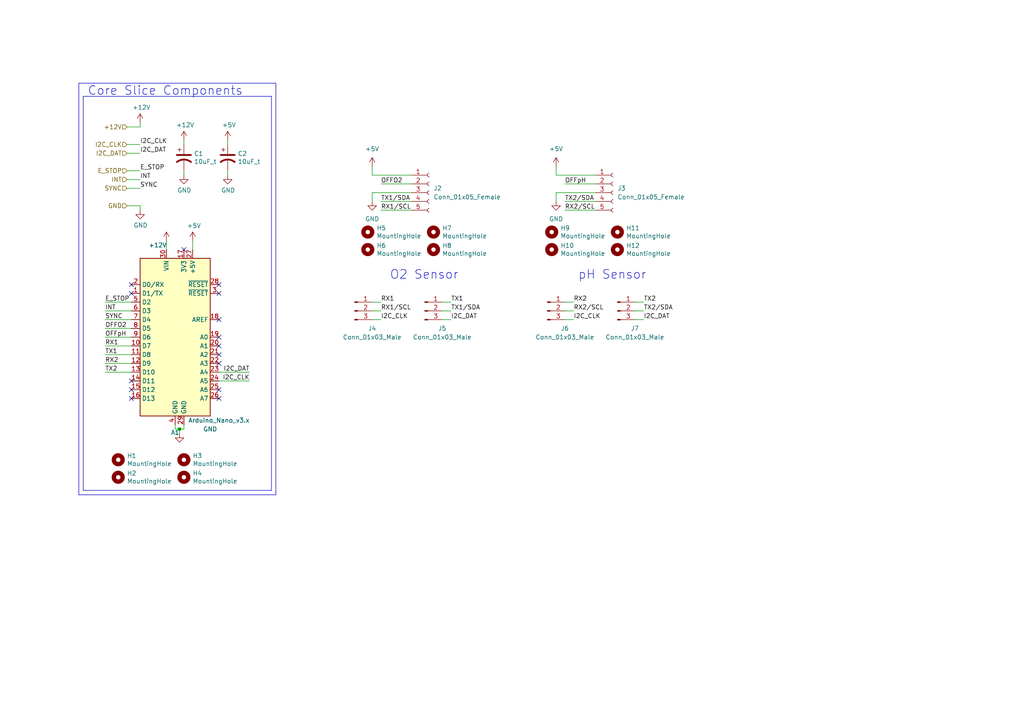
<source format=kicad_sch>
(kicad_sch (version 20230121) (generator eeschema)

  (uuid e7a174fe-7163-4254-aadd-beb968bf6b75)

  (paper "A4")

  (lib_symbols
    (symbol "BREAD_Slice-rescue:10uF_t-OCI_UPL_2_Capacitors" (pin_numbers hide) (pin_names (offset 0.254) hide) (in_bom yes) (on_board yes)
      (property "Reference" "C" (at 0.635 2.54 0)
        (effects (font (size 1.27 1.27)) (justify left))
      )
      (property "Value" "10uF_t-OCI_UPL_2_Capacitors" (at 0.635 -2.54 0)
        (effects (font (size 1.27 1.27)) (justify left))
      )
      (property "Footprint" "OCI_UPL_FOOTPRINTS:C_2312" (at 0 -6.35 0)
        (effects (font (size 0.762 0.762)) hide)
      )
      (property "Datasheet" "https://www.digikey.com/short/qcd8n7" (at 0 5.08 0)
        (effects (font (size 0.762 0.762)) hide)
      )
      (property "Part #" "T491C106K025AT" (at 0 6.35 0)
        (effects (font (size 0.762 0.762)) hide)
      )
      (property "UPL #" "2.021" (at 0 -5.08 0)
        (effects (font (size 0.762 0.762)) hide)
      )
      (property "ki_fp_filters" "SMD*_Pol c_elec* C*elec TantalC* Elko* CP*" (at 0 0 0)
        (effects (font (size 1.27 1.27)) hide)
      )
      (symbol "10uF_t-OCI_UPL_2_Capacitors_0_1"
        (polyline
          (pts
            (xy -2.032 0.762)
            (xy 2.032 0.762)
          )
          (stroke (width 0.508) (type default))
          (fill (type none))
        )
        (polyline
          (pts
            (xy -1.778 2.286)
            (xy -0.762 2.286)
          )
          (stroke (width 0) (type default))
          (fill (type none))
        )
        (polyline
          (pts
            (xy -1.27 1.778)
            (xy -1.27 2.794)
          )
          (stroke (width 0) (type default))
          (fill (type none))
        )
        (arc (start 2.032 -1.27) (mid 0 -0.5572) (end -2.032 -1.27)
          (stroke (width 0.508) (type default))
          (fill (type none))
        )
      )
      (symbol "10uF_t-OCI_UPL_2_Capacitors_1_1"
        (pin passive line (at 0 3.81 270) (length 2.794)
          (name "~" (effects (font (size 1.016 1.016))))
          (number "1" (effects (font (size 1.016 1.016))))
        )
        (pin passive line (at 0 -3.81 90) (length 3.302)
          (name "~" (effects (font (size 1.016 1.016))))
          (number "2" (effects (font (size 1.016 1.016))))
        )
      )
    )
    (symbol "Connector:Conn_01x03_Male" (pin_names (offset 1.016) hide) (in_bom yes) (on_board yes)
      (property "Reference" "J" (at 0 5.08 0)
        (effects (font (size 1.27 1.27)))
      )
      (property "Value" "Conn_01x03_Male" (at 0 -5.08 0)
        (effects (font (size 1.27 1.27)))
      )
      (property "Footprint" "" (at 0 0 0)
        (effects (font (size 1.27 1.27)) hide)
      )
      (property "Datasheet" "~" (at 0 0 0)
        (effects (font (size 1.27 1.27)) hide)
      )
      (property "ki_keywords" "connector" (at 0 0 0)
        (effects (font (size 1.27 1.27)) hide)
      )
      (property "ki_description" "Generic connector, single row, 01x03, script generated (kicad-library-utils/schlib/autogen/connector/)" (at 0 0 0)
        (effects (font (size 1.27 1.27)) hide)
      )
      (property "ki_fp_filters" "Connector*:*_1x??_*" (at 0 0 0)
        (effects (font (size 1.27 1.27)) hide)
      )
      (symbol "Conn_01x03_Male_1_1"
        (polyline
          (pts
            (xy 1.27 -2.54)
            (xy 0.8636 -2.54)
          )
          (stroke (width 0.1524) (type default))
          (fill (type none))
        )
        (polyline
          (pts
            (xy 1.27 0)
            (xy 0.8636 0)
          )
          (stroke (width 0.1524) (type default))
          (fill (type none))
        )
        (polyline
          (pts
            (xy 1.27 2.54)
            (xy 0.8636 2.54)
          )
          (stroke (width 0.1524) (type default))
          (fill (type none))
        )
        (rectangle (start 0.8636 -2.413) (end 0 -2.667)
          (stroke (width 0.1524) (type default))
          (fill (type outline))
        )
        (rectangle (start 0.8636 0.127) (end 0 -0.127)
          (stroke (width 0.1524) (type default))
          (fill (type outline))
        )
        (rectangle (start 0.8636 2.667) (end 0 2.413)
          (stroke (width 0.1524) (type default))
          (fill (type outline))
        )
        (pin passive line (at 5.08 2.54 180) (length 3.81)
          (name "Pin_1" (effects (font (size 1.27 1.27))))
          (number "1" (effects (font (size 1.27 1.27))))
        )
        (pin passive line (at 5.08 0 180) (length 3.81)
          (name "Pin_2" (effects (font (size 1.27 1.27))))
          (number "2" (effects (font (size 1.27 1.27))))
        )
        (pin passive line (at 5.08 -2.54 180) (length 3.81)
          (name "Pin_3" (effects (font (size 1.27 1.27))))
          (number "3" (effects (font (size 1.27 1.27))))
        )
      )
    )
    (symbol "Connector:Conn_01x05_Female" (pin_names (offset 1.016) hide) (in_bom yes) (on_board yes)
      (property "Reference" "J" (at 0 7.62 0)
        (effects (font (size 1.27 1.27)))
      )
      (property "Value" "Conn_01x05_Female" (at 0 -7.62 0)
        (effects (font (size 1.27 1.27)))
      )
      (property "Footprint" "" (at 0 0 0)
        (effects (font (size 1.27 1.27)) hide)
      )
      (property "Datasheet" "~" (at 0 0 0)
        (effects (font (size 1.27 1.27)) hide)
      )
      (property "ki_keywords" "connector" (at 0 0 0)
        (effects (font (size 1.27 1.27)) hide)
      )
      (property "ki_description" "Generic connector, single row, 01x05, script generated (kicad-library-utils/schlib/autogen/connector/)" (at 0 0 0)
        (effects (font (size 1.27 1.27)) hide)
      )
      (property "ki_fp_filters" "Connector*:*_1x??_*" (at 0 0 0)
        (effects (font (size 1.27 1.27)) hide)
      )
      (symbol "Conn_01x05_Female_1_1"
        (arc (start 0 -4.572) (mid -0.5058 -5.08) (end 0 -5.588)
          (stroke (width 0.1524) (type default))
          (fill (type none))
        )
        (arc (start 0 -2.032) (mid -0.5058 -2.54) (end 0 -3.048)
          (stroke (width 0.1524) (type default))
          (fill (type none))
        )
        (polyline
          (pts
            (xy -1.27 -5.08)
            (xy -0.508 -5.08)
          )
          (stroke (width 0.1524) (type default))
          (fill (type none))
        )
        (polyline
          (pts
            (xy -1.27 -2.54)
            (xy -0.508 -2.54)
          )
          (stroke (width 0.1524) (type default))
          (fill (type none))
        )
        (polyline
          (pts
            (xy -1.27 0)
            (xy -0.508 0)
          )
          (stroke (width 0.1524) (type default))
          (fill (type none))
        )
        (polyline
          (pts
            (xy -1.27 2.54)
            (xy -0.508 2.54)
          )
          (stroke (width 0.1524) (type default))
          (fill (type none))
        )
        (polyline
          (pts
            (xy -1.27 5.08)
            (xy -0.508 5.08)
          )
          (stroke (width 0.1524) (type default))
          (fill (type none))
        )
        (arc (start 0 0.508) (mid -0.5058 0) (end 0 -0.508)
          (stroke (width 0.1524) (type default))
          (fill (type none))
        )
        (arc (start 0 3.048) (mid -0.5058 2.54) (end 0 2.032)
          (stroke (width 0.1524) (type default))
          (fill (type none))
        )
        (arc (start 0 5.588) (mid -0.5058 5.08) (end 0 4.572)
          (stroke (width 0.1524) (type default))
          (fill (type none))
        )
        (pin passive line (at -5.08 5.08 0) (length 3.81)
          (name "Pin_1" (effects (font (size 1.27 1.27))))
          (number "1" (effects (font (size 1.27 1.27))))
        )
        (pin passive line (at -5.08 2.54 0) (length 3.81)
          (name "Pin_2" (effects (font (size 1.27 1.27))))
          (number "2" (effects (font (size 1.27 1.27))))
        )
        (pin passive line (at -5.08 0 0) (length 3.81)
          (name "Pin_3" (effects (font (size 1.27 1.27))))
          (number "3" (effects (font (size 1.27 1.27))))
        )
        (pin passive line (at -5.08 -2.54 0) (length 3.81)
          (name "Pin_4" (effects (font (size 1.27 1.27))))
          (number "4" (effects (font (size 1.27 1.27))))
        )
        (pin passive line (at -5.08 -5.08 0) (length 3.81)
          (name "Pin_5" (effects (font (size 1.27 1.27))))
          (number "5" (effects (font (size 1.27 1.27))))
        )
      )
    )
    (symbol "MCU_Module:Arduino_Nano_v3.x" (in_bom yes) (on_board yes)
      (property "Reference" "A" (at -10.16 23.495 0)
        (effects (font (size 1.27 1.27)) (justify left bottom))
      )
      (property "Value" "Arduino_Nano_v3.x" (at 5.08 -24.13 0)
        (effects (font (size 1.27 1.27)) (justify left top))
      )
      (property "Footprint" "Module:Arduino_Nano" (at 0 0 0)
        (effects (font (size 1.27 1.27) italic) hide)
      )
      (property "Datasheet" "http://www.mouser.com/pdfdocs/Gravitech_Arduino_Nano3_0.pdf" (at 0 0 0)
        (effects (font (size 1.27 1.27)) hide)
      )
      (property "ki_keywords" "Arduino nano microcontroller module USB" (at 0 0 0)
        (effects (font (size 1.27 1.27)) hide)
      )
      (property "ki_description" "Arduino Nano v3.x" (at 0 0 0)
        (effects (font (size 1.27 1.27)) hide)
      )
      (property "ki_fp_filters" "Arduino*Nano*" (at 0 0 0)
        (effects (font (size 1.27 1.27)) hide)
      )
      (symbol "Arduino_Nano_v3.x_0_1"
        (rectangle (start -10.16 22.86) (end 10.16 -22.86)
          (stroke (width 0.254) (type default))
          (fill (type background))
        )
      )
      (symbol "Arduino_Nano_v3.x_1_1"
        (pin bidirectional line (at -12.7 12.7 0) (length 2.54)
          (name "D1/TX" (effects (font (size 1.27 1.27))))
          (number "1" (effects (font (size 1.27 1.27))))
        )
        (pin bidirectional line (at -12.7 -2.54 0) (length 2.54)
          (name "D7" (effects (font (size 1.27 1.27))))
          (number "10" (effects (font (size 1.27 1.27))))
        )
        (pin bidirectional line (at -12.7 -5.08 0) (length 2.54)
          (name "D8" (effects (font (size 1.27 1.27))))
          (number "11" (effects (font (size 1.27 1.27))))
        )
        (pin bidirectional line (at -12.7 -7.62 0) (length 2.54)
          (name "D9" (effects (font (size 1.27 1.27))))
          (number "12" (effects (font (size 1.27 1.27))))
        )
        (pin bidirectional line (at -12.7 -10.16 0) (length 2.54)
          (name "D10" (effects (font (size 1.27 1.27))))
          (number "13" (effects (font (size 1.27 1.27))))
        )
        (pin bidirectional line (at -12.7 -12.7 0) (length 2.54)
          (name "D11" (effects (font (size 1.27 1.27))))
          (number "14" (effects (font (size 1.27 1.27))))
        )
        (pin bidirectional line (at -12.7 -15.24 0) (length 2.54)
          (name "D12" (effects (font (size 1.27 1.27))))
          (number "15" (effects (font (size 1.27 1.27))))
        )
        (pin bidirectional line (at -12.7 -17.78 0) (length 2.54)
          (name "D13" (effects (font (size 1.27 1.27))))
          (number "16" (effects (font (size 1.27 1.27))))
        )
        (pin power_out line (at 2.54 25.4 270) (length 2.54)
          (name "3V3" (effects (font (size 1.27 1.27))))
          (number "17" (effects (font (size 1.27 1.27))))
        )
        (pin input line (at 12.7 5.08 180) (length 2.54)
          (name "AREF" (effects (font (size 1.27 1.27))))
          (number "18" (effects (font (size 1.27 1.27))))
        )
        (pin bidirectional line (at 12.7 0 180) (length 2.54)
          (name "A0" (effects (font (size 1.27 1.27))))
          (number "19" (effects (font (size 1.27 1.27))))
        )
        (pin bidirectional line (at -12.7 15.24 0) (length 2.54)
          (name "D0/RX" (effects (font (size 1.27 1.27))))
          (number "2" (effects (font (size 1.27 1.27))))
        )
        (pin bidirectional line (at 12.7 -2.54 180) (length 2.54)
          (name "A1" (effects (font (size 1.27 1.27))))
          (number "20" (effects (font (size 1.27 1.27))))
        )
        (pin bidirectional line (at 12.7 -5.08 180) (length 2.54)
          (name "A2" (effects (font (size 1.27 1.27))))
          (number "21" (effects (font (size 1.27 1.27))))
        )
        (pin bidirectional line (at 12.7 -7.62 180) (length 2.54)
          (name "A3" (effects (font (size 1.27 1.27))))
          (number "22" (effects (font (size 1.27 1.27))))
        )
        (pin bidirectional line (at 12.7 -10.16 180) (length 2.54)
          (name "A4" (effects (font (size 1.27 1.27))))
          (number "23" (effects (font (size 1.27 1.27))))
        )
        (pin bidirectional line (at 12.7 -12.7 180) (length 2.54)
          (name "A5" (effects (font (size 1.27 1.27))))
          (number "24" (effects (font (size 1.27 1.27))))
        )
        (pin bidirectional line (at 12.7 -15.24 180) (length 2.54)
          (name "A6" (effects (font (size 1.27 1.27))))
          (number "25" (effects (font (size 1.27 1.27))))
        )
        (pin bidirectional line (at 12.7 -17.78 180) (length 2.54)
          (name "A7" (effects (font (size 1.27 1.27))))
          (number "26" (effects (font (size 1.27 1.27))))
        )
        (pin power_out line (at 5.08 25.4 270) (length 2.54)
          (name "+5V" (effects (font (size 1.27 1.27))))
          (number "27" (effects (font (size 1.27 1.27))))
        )
        (pin input line (at 12.7 15.24 180) (length 2.54)
          (name "~{RESET}" (effects (font (size 1.27 1.27))))
          (number "28" (effects (font (size 1.27 1.27))))
        )
        (pin power_in line (at 2.54 -25.4 90) (length 2.54)
          (name "GND" (effects (font (size 1.27 1.27))))
          (number "29" (effects (font (size 1.27 1.27))))
        )
        (pin input line (at 12.7 12.7 180) (length 2.54)
          (name "~{RESET}" (effects (font (size 1.27 1.27))))
          (number "3" (effects (font (size 1.27 1.27))))
        )
        (pin power_in line (at -2.54 25.4 270) (length 2.54)
          (name "VIN" (effects (font (size 1.27 1.27))))
          (number "30" (effects (font (size 1.27 1.27))))
        )
        (pin power_in line (at 0 -25.4 90) (length 2.54)
          (name "GND" (effects (font (size 1.27 1.27))))
          (number "4" (effects (font (size 1.27 1.27))))
        )
        (pin bidirectional line (at -12.7 10.16 0) (length 2.54)
          (name "D2" (effects (font (size 1.27 1.27))))
          (number "5" (effects (font (size 1.27 1.27))))
        )
        (pin bidirectional line (at -12.7 7.62 0) (length 2.54)
          (name "D3" (effects (font (size 1.27 1.27))))
          (number "6" (effects (font (size 1.27 1.27))))
        )
        (pin bidirectional line (at -12.7 5.08 0) (length 2.54)
          (name "D4" (effects (font (size 1.27 1.27))))
          (number "7" (effects (font (size 1.27 1.27))))
        )
        (pin bidirectional line (at -12.7 2.54 0) (length 2.54)
          (name "D5" (effects (font (size 1.27 1.27))))
          (number "8" (effects (font (size 1.27 1.27))))
        )
        (pin bidirectional line (at -12.7 0 0) (length 2.54)
          (name "D6" (effects (font (size 1.27 1.27))))
          (number "9" (effects (font (size 1.27 1.27))))
        )
      )
    )
    (symbol "Mechanical:MountingHole" (pin_names (offset 1.016)) (in_bom yes) (on_board yes)
      (property "Reference" "H" (at 0 5.08 0)
        (effects (font (size 1.27 1.27)))
      )
      (property "Value" "MountingHole" (at 0 3.175 0)
        (effects (font (size 1.27 1.27)))
      )
      (property "Footprint" "" (at 0 0 0)
        (effects (font (size 1.27 1.27)) hide)
      )
      (property "Datasheet" "~" (at 0 0 0)
        (effects (font (size 1.27 1.27)) hide)
      )
      (property "ki_keywords" "mounting hole" (at 0 0 0)
        (effects (font (size 1.27 1.27)) hide)
      )
      (property "ki_description" "Mounting Hole without connection" (at 0 0 0)
        (effects (font (size 1.27 1.27)) hide)
      )
      (property "ki_fp_filters" "MountingHole*" (at 0 0 0)
        (effects (font (size 1.27 1.27)) hide)
      )
      (symbol "MountingHole_0_1"
        (circle (center 0 0) (radius 1.27)
          (stroke (width 1.27) (type default))
          (fill (type none))
        )
      )
    )
    (symbol "power:+12V" (power) (pin_names (offset 0)) (in_bom yes) (on_board yes)
      (property "Reference" "#PWR" (at 0 -3.81 0)
        (effects (font (size 1.27 1.27)) hide)
      )
      (property "Value" "+12V" (at 0 3.556 0)
        (effects (font (size 1.27 1.27)))
      )
      (property "Footprint" "" (at 0 0 0)
        (effects (font (size 1.27 1.27)) hide)
      )
      (property "Datasheet" "" (at 0 0 0)
        (effects (font (size 1.27 1.27)) hide)
      )
      (property "ki_keywords" "power-flag" (at 0 0 0)
        (effects (font (size 1.27 1.27)) hide)
      )
      (property "ki_description" "Power symbol creates a global label with name \"+12V\"" (at 0 0 0)
        (effects (font (size 1.27 1.27)) hide)
      )
      (symbol "+12V_0_1"
        (polyline
          (pts
            (xy -0.762 1.27)
            (xy 0 2.54)
          )
          (stroke (width 0) (type default))
          (fill (type none))
        )
        (polyline
          (pts
            (xy 0 0)
            (xy 0 2.54)
          )
          (stroke (width 0) (type default))
          (fill (type none))
        )
        (polyline
          (pts
            (xy 0 2.54)
            (xy 0.762 1.27)
          )
          (stroke (width 0) (type default))
          (fill (type none))
        )
      )
      (symbol "+12V_1_1"
        (pin power_in line (at 0 0 90) (length 0) hide
          (name "+12V" (effects (font (size 1.27 1.27))))
          (number "1" (effects (font (size 1.27 1.27))))
        )
      )
    )
    (symbol "power:+5V" (power) (pin_names (offset 0)) (in_bom yes) (on_board yes)
      (property "Reference" "#PWR" (at 0 -3.81 0)
        (effects (font (size 1.27 1.27)) hide)
      )
      (property "Value" "+5V" (at 0 3.556 0)
        (effects (font (size 1.27 1.27)))
      )
      (property "Footprint" "" (at 0 0 0)
        (effects (font (size 1.27 1.27)) hide)
      )
      (property "Datasheet" "" (at 0 0 0)
        (effects (font (size 1.27 1.27)) hide)
      )
      (property "ki_keywords" "power-flag" (at 0 0 0)
        (effects (font (size 1.27 1.27)) hide)
      )
      (property "ki_description" "Power symbol creates a global label with name \"+5V\"" (at 0 0 0)
        (effects (font (size 1.27 1.27)) hide)
      )
      (symbol "+5V_0_1"
        (polyline
          (pts
            (xy -0.762 1.27)
            (xy 0 2.54)
          )
          (stroke (width 0) (type default))
          (fill (type none))
        )
        (polyline
          (pts
            (xy 0 0)
            (xy 0 2.54)
          )
          (stroke (width 0) (type default))
          (fill (type none))
        )
        (polyline
          (pts
            (xy 0 2.54)
            (xy 0.762 1.27)
          )
          (stroke (width 0) (type default))
          (fill (type none))
        )
      )
      (symbol "+5V_1_1"
        (pin power_in line (at 0 0 90) (length 0) hide
          (name "+5V" (effects (font (size 1.27 1.27))))
          (number "1" (effects (font (size 1.27 1.27))))
        )
      )
    )
    (symbol "power:GND" (power) (pin_names (offset 0)) (in_bom yes) (on_board yes)
      (property "Reference" "#PWR" (at 0 -6.35 0)
        (effects (font (size 1.27 1.27)) hide)
      )
      (property "Value" "GND" (at 0 -3.81 0)
        (effects (font (size 1.27 1.27)))
      )
      (property "Footprint" "" (at 0 0 0)
        (effects (font (size 1.27 1.27)) hide)
      )
      (property "Datasheet" "" (at 0 0 0)
        (effects (font (size 1.27 1.27)) hide)
      )
      (property "ki_keywords" "power-flag" (at 0 0 0)
        (effects (font (size 1.27 1.27)) hide)
      )
      (property "ki_description" "Power symbol creates a global label with name \"GND\" , ground" (at 0 0 0)
        (effects (font (size 1.27 1.27)) hide)
      )
      (symbol "GND_0_1"
        (polyline
          (pts
            (xy 0 0)
            (xy 0 -1.27)
            (xy 1.27 -1.27)
            (xy 0 -2.54)
            (xy -1.27 -1.27)
            (xy 0 -1.27)
          )
          (stroke (width 0) (type default))
          (fill (type none))
        )
      )
      (symbol "GND_1_1"
        (pin power_in line (at 0 0 270) (length 0) hide
          (name "GND" (effects (font (size 1.27 1.27))))
          (number "1" (effects (font (size 1.27 1.27))))
        )
      )
    )
  )

  (junction (at 52.07 124.46) (diameter 0) (color 0 0 0 0)
    (uuid f99f0d5c-8386-4d0c-aecf-e0f5a6cf8d30)
  )

  (no_connect (at 38.1 85.09) (uuid 0d7eea37-dbea-4bfe-83b3-738f19553b0f))
  (no_connect (at 63.5 85.09) (uuid 1066756f-f537-4ca0-b99f-899d5e059067))
  (no_connect (at 63.5 113.03) (uuid 120282d2-15a6-4dc6-8a33-03f4f80c7beb))
  (no_connect (at 53.34 72.39) (uuid 16ab1acd-8258-4918-b92e-d7ee067e8009))
  (no_connect (at 38.1 115.57) (uuid 18071ae9-6b76-4f10-8d08-c4fc642fa333))
  (no_connect (at 38.1 113.03) (uuid 1cb38d2b-52a6-4315-858a-837e0a842f29))
  (no_connect (at 63.5 82.55) (uuid 457acbc3-1514-47ab-981a-6864398dfa2d))
  (no_connect (at 63.5 102.87) (uuid 6356d4f5-0c08-4469-a75f-eaff96a162e3))
  (no_connect (at 63.5 92.71) (uuid 68ad4c16-b19e-4bef-ad9e-63f5f214678b))
  (no_connect (at 63.5 100.33) (uuid 6aef42c5-dd1e-4ea4-903e-0736209bc10d))
  (no_connect (at 63.5 115.57) (uuid 6cd40e09-e0eb-4e80-9e93-7a03b2b4155e))
  (no_connect (at 38.1 82.55) (uuid 6dcb2362-67f6-41bf-a758-da8dfdb8f2e9))
  (no_connect (at 63.5 105.41) (uuid 9b42eb04-4966-49df-a02c-0428dfbece05))
  (no_connect (at 38.1 110.49) (uuid a65adb9d-7651-4db1-b856-46ee9174db75))
  (no_connect (at 63.5 97.79) (uuid daccd377-3346-445d-b6fe-2b6a7c42a909))

  (wire (pts (xy 40.64 35.56) (xy 40.64 36.83))
    (stroke (width 0) (type default))
    (uuid 008164ee-af34-41a5-911a-f010042146cb)
  )
  (wire (pts (xy 52.07 124.46) (xy 53.34 124.46))
    (stroke (width 0) (type default))
    (uuid 03750785-7c96-4399-a77a-58ef5d1fd40c)
  )
  (wire (pts (xy 163.83 53.34) (xy 172.72 53.34))
    (stroke (width 0) (type default))
    (uuid 06733a65-5b28-4d66-9166-aba090d9c9a7)
  )
  (polyline (pts (xy 80.01 24.13) (xy 22.86 24.13))
    (stroke (width 0) (type default))
    (uuid 06a2c088-96b7-440f-a1f4-68a5ee5ad856)
  )

  (wire (pts (xy 163.83 60.96) (xy 172.72 60.96))
    (stroke (width 0) (type default))
    (uuid 07058757-a628-4bc9-a936-99868b0d832e)
  )
  (wire (pts (xy 107.95 48.26) (xy 107.95 50.8))
    (stroke (width 0) (type default))
    (uuid 071a9f4b-047f-40d9-bba4-dbaad87eb5d4)
  )
  (wire (pts (xy 53.34 41.91) (xy 53.34 40.64))
    (stroke (width 0) (type default))
    (uuid 0884dbbf-15bb-4674-b445-f82fe8dcc693)
  )
  (polyline (pts (xy 22.86 24.13) (xy 22.86 143.51))
    (stroke (width 0) (type default))
    (uuid 08deac3a-b907-40f5-b93e-9e68fc271361)
  )

  (wire (pts (xy 110.49 60.96) (xy 119.38 60.96))
    (stroke (width 0) (type default))
    (uuid 0f24c725-2483-4ddc-8109-fc93c00d762f)
  )
  (wire (pts (xy 53.34 124.46) (xy 53.34 123.19))
    (stroke (width 0) (type default))
    (uuid 1088f8ac-157c-4fd8-9bcb-3b350935d5ba)
  )
  (wire (pts (xy 36.83 44.45) (xy 40.64 44.45))
    (stroke (width 0) (type default))
    (uuid 16b9ba8c-96d3-41c1-b24d-d960cdfe98f8)
  )
  (wire (pts (xy 30.48 90.17) (xy 38.1 90.17))
    (stroke (width 0) (type default))
    (uuid 1c0df81f-d6b0-4f2a-8e86-451df0e83bb8)
  )
  (wire (pts (xy 128.27 90.17) (xy 130.81 90.17))
    (stroke (width 0) (type default))
    (uuid 20d38081-d3af-4304-9a04-c04266243731)
  )
  (wire (pts (xy 163.83 92.71) (xy 166.37 92.71))
    (stroke (width 0) (type default))
    (uuid 251062a2-95b2-47bf-9be2-650f3ba94669)
  )
  (wire (pts (xy 50.8 123.19) (xy 50.8 124.46))
    (stroke (width 0) (type default))
    (uuid 25a3102f-5b59-490b-befc-65211769854c)
  )
  (wire (pts (xy 184.15 90.17) (xy 186.69 90.17))
    (stroke (width 0) (type default))
    (uuid 25f74d54-8a8c-44cd-a977-785b54e27986)
  )
  (wire (pts (xy 161.29 55.88) (xy 172.72 55.88))
    (stroke (width 0) (type default))
    (uuid 27f79119-1237-4fac-9d02-3f1a98e6ddb3)
  )
  (wire (pts (xy 38.1 87.63) (xy 30.48 87.63))
    (stroke (width 0) (type default))
    (uuid 28dd6e69-370e-4dec-a4b5-822f768d7cbf)
  )
  (wire (pts (xy 107.95 58.42) (xy 107.95 55.88))
    (stroke (width 0) (type default))
    (uuid 2f13c027-8225-4d8a-8d17-7610b2f49f9d)
  )
  (wire (pts (xy 55.88 69.85) (xy 55.88 72.39))
    (stroke (width 0) (type default))
    (uuid 3556aad7-3c13-4218-95fc-5a87ea6e7b57)
  )
  (wire (pts (xy 184.15 92.71) (xy 186.69 92.71))
    (stroke (width 0) (type default))
    (uuid 3b7eb699-7697-47f3-b993-83d84f2d87f9)
  )
  (wire (pts (xy 107.95 92.71) (xy 110.49 92.71))
    (stroke (width 0) (type default))
    (uuid 4586011d-4f92-4e7f-bdc5-b132e5e8032f)
  )
  (wire (pts (xy 30.48 102.87) (xy 38.1 102.87))
    (stroke (width 0) (type default))
    (uuid 48c2e3c7-d75b-4d95-9167-2ff745948faa)
  )
  (wire (pts (xy 161.29 55.88) (xy 161.29 58.42))
    (stroke (width 0) (type default))
    (uuid 499cc22f-b742-4584-8f6e-7eb49e41f902)
  )
  (wire (pts (xy 30.48 105.41) (xy 38.1 105.41))
    (stroke (width 0) (type default))
    (uuid 53ba7086-8504-43e3-b257-46b031d47b33)
  )
  (wire (pts (xy 72.39 107.95) (xy 63.5 107.95))
    (stroke (width 0) (type default))
    (uuid 53c64af0-a10c-4c09-86c6-35f3d4cf5b05)
  )
  (wire (pts (xy 30.48 107.95) (xy 38.1 107.95))
    (stroke (width 0) (type default))
    (uuid 547d9a23-6174-43eb-b489-f737b70475a0)
  )
  (wire (pts (xy 161.29 48.26) (xy 161.29 50.8))
    (stroke (width 0) (type default))
    (uuid 620e23ff-9c51-477b-ad9e-d5c3ced02e57)
  )
  (polyline (pts (xy 22.86 143.51) (xy 80.01 143.51))
    (stroke (width 0) (type default))
    (uuid 6416dda9-9193-48fa-8204-ba815f41c4b7)
  )

  (wire (pts (xy 36.83 59.69) (xy 40.64 59.69))
    (stroke (width 0) (type default))
    (uuid 65f834c4-7d3e-4236-8026-3812579188ba)
  )
  (wire (pts (xy 163.83 90.17) (xy 166.37 90.17))
    (stroke (width 0) (type default))
    (uuid 678440b3-5ddb-4043-a181-948a59c9b468)
  )
  (polyline (pts (xy 80.01 143.51) (xy 80.01 24.13))
    (stroke (width 0) (type default))
    (uuid 6b7dd1f2-f63b-4be9-93d5-9793cc33144d)
  )

  (wire (pts (xy 30.48 97.79) (xy 38.1 97.79))
    (stroke (width 0) (type default))
    (uuid 6cd8618b-5e45-48af-b0e3-660fff59dd67)
  )
  (wire (pts (xy 163.83 58.42) (xy 172.72 58.42))
    (stroke (width 0) (type default))
    (uuid 70deae29-0989-4f83-a463-dd656e2132d1)
  )
  (polyline (pts (xy 78.74 27.94) (xy 24.13 27.94))
    (stroke (width 0) (type default))
    (uuid 7123416d-df1b-47e1-a7ea-4794a782ef0d)
  )

  (wire (pts (xy 36.83 49.53) (xy 40.64 49.53))
    (stroke (width 0) (type default))
    (uuid 71315b10-dff7-4ae3-afe9-d233c9349626)
  )
  (wire (pts (xy 107.95 50.8) (xy 119.38 50.8))
    (stroke (width 0) (type default))
    (uuid 767570ab-14fd-4049-b4b7-d3f65550e8f7)
  )
  (polyline (pts (xy 24.13 27.94) (xy 24.13 142.24))
    (stroke (width 0) (type default))
    (uuid 772cade4-9c73-4749-af3a-a3ef154a7fa2)
  )

  (wire (pts (xy 161.29 50.8) (xy 172.72 50.8))
    (stroke (width 0) (type default))
    (uuid 84bc11a7-63a7-4942-a48b-be611e3a9126)
  )
  (wire (pts (xy 52.07 124.46) (xy 52.07 125.73))
    (stroke (width 0) (type default))
    (uuid 88c0fe62-861b-4f1a-873b-ccc5554528bf)
  )
  (wire (pts (xy 184.15 87.63) (xy 186.69 87.63))
    (stroke (width 0) (type default))
    (uuid 8a3b50af-e3b6-4da6-b820-8551b99b3a39)
  )
  (wire (pts (xy 110.49 53.34) (xy 119.38 53.34))
    (stroke (width 0) (type default))
    (uuid 9287a558-5c67-476d-8f78-99bd67558c7a)
  )
  (wire (pts (xy 30.48 92.71) (xy 38.1 92.71))
    (stroke (width 0) (type default))
    (uuid 96d114b6-566f-40b9-8198-9695c7550853)
  )
  (wire (pts (xy 48.26 69.85) (xy 48.26 72.39))
    (stroke (width 0) (type default))
    (uuid 99317d35-802f-407a-8ed1-81d1d56a2c3c)
  )
  (wire (pts (xy 63.5 110.49) (xy 72.39 110.49))
    (stroke (width 0) (type default))
    (uuid 9cf1704b-ebc0-45e1-a4e0-230d275d16d0)
  )
  (wire (pts (xy 66.04 41.91) (xy 66.04 40.64))
    (stroke (width 0) (type default))
    (uuid a630c3e4-8d40-4ea4-a3d5-f65a9167d15c)
  )
  (polyline (pts (xy 78.74 142.24) (xy 78.74 27.94))
    (stroke (width 0) (type default))
    (uuid a7383419-b41e-434a-97bd-700af892fb4b)
  )

  (wire (pts (xy 50.8 124.46) (xy 52.07 124.46))
    (stroke (width 0) (type default))
    (uuid a8896da6-2f80-4867-9c97-06297a39ff4f)
  )
  (wire (pts (xy 163.83 87.63) (xy 166.37 87.63))
    (stroke (width 0) (type default))
    (uuid abee1a05-9c57-4ab0-9974-d972703e2a67)
  )
  (wire (pts (xy 107.95 90.17) (xy 110.49 90.17))
    (stroke (width 0) (type default))
    (uuid aced22ea-b3cd-4cbf-8ca2-f8a6b8ccc54c)
  )
  (wire (pts (xy 107.95 87.63) (xy 110.49 87.63))
    (stroke (width 0) (type default))
    (uuid be99436d-966a-49e6-a7de-aafd2f9e955d)
  )
  (wire (pts (xy 30.48 100.33) (xy 38.1 100.33))
    (stroke (width 0) (type default))
    (uuid c7045cf2-9ec9-46d0-91ed-c3780e23844a)
  )
  (wire (pts (xy 128.27 92.71) (xy 130.81 92.71))
    (stroke (width 0) (type default))
    (uuid d114a6b9-0b72-4e3d-b93b-40b572813f1a)
  )
  (wire (pts (xy 36.83 52.07) (xy 40.64 52.07))
    (stroke (width 0) (type default))
    (uuid d1b46866-7235-47e2-a278-ac236f4da8c3)
  )
  (wire (pts (xy 110.49 58.42) (xy 119.38 58.42))
    (stroke (width 0) (type default))
    (uuid d64771e1-0c19-4d4b-8130-23077eaa90dc)
  )
  (wire (pts (xy 30.48 95.25) (xy 38.1 95.25))
    (stroke (width 0) (type default))
    (uuid da2a1321-d693-44a1-84ab-4f4b74952699)
  )
  (wire (pts (xy 53.34 50.8) (xy 53.34 49.53))
    (stroke (width 0) (type default))
    (uuid dcd891e3-2de1-46eb-8824-10cb1102f6d4)
  )
  (wire (pts (xy 66.04 50.8) (xy 66.04 49.53))
    (stroke (width 0) (type default))
    (uuid e0910d6d-7b6d-4eef-b2f5-38bbe756db83)
  )
  (polyline (pts (xy 24.13 142.24) (xy 78.74 142.24))
    (stroke (width 0) (type default))
    (uuid e7370ac9-f6c4-48cd-b6f7-f1d73f2f9c3b)
  )

  (wire (pts (xy 107.95 55.88) (xy 119.38 55.88))
    (stroke (width 0) (type default))
    (uuid ea4cd847-37fd-47f2-b72c-c73806108719)
  )
  (wire (pts (xy 40.64 60.96) (xy 40.64 59.69))
    (stroke (width 0) (type default))
    (uuid ea799611-0f08-4d44-a91c-421de129b09b)
  )
  (wire (pts (xy 128.27 87.63) (xy 130.81 87.63))
    (stroke (width 0) (type default))
    (uuid f3c713e4-3ccf-4049-9c78-440199b53070)
  )
  (wire (pts (xy 36.83 36.83) (xy 40.64 36.83))
    (stroke (width 0) (type default))
    (uuid f85fccc4-6617-42b0-9561-b7d29d85d682)
  )
  (wire (pts (xy 36.83 41.91) (xy 40.64 41.91))
    (stroke (width 0) (type default))
    (uuid fb91e3da-131a-4254-b529-b78716e24e0b)
  )
  (wire (pts (xy 36.83 54.61) (xy 40.64 54.61))
    (stroke (width 0) (type default))
    (uuid fd9a003b-36b5-4cca-9b5e-d1d99e1483af)
  )

  (text "Core Slice Components" (at 25.4 27.94 0)
    (effects (font (size 2.54 2.54)) (justify left bottom))
    (uuid 0228fdbc-f6b5-4440-aafa-98d7f9d83131)
  )
  (text "O2 Sensor" (at 113.03 81.28 0)
    (effects (font (size 2.54 2.54)) (justify left bottom))
    (uuid c5d8c3e0-59f2-42d1-a732-cb092023e035)
  )
  (text "pH Sensor" (at 167.64 81.28 0)
    (effects (font (size 2.54 2.54)) (justify left bottom))
    (uuid e91e8ee5-c1b4-453e-9fa2-baea92b7a48c)
  )

  (label "SYNC" (at 40.64 54.61 0) (fields_autoplaced)
    (effects (font (size 1.27 1.27)) (justify left bottom))
    (uuid 05990649-db4e-4aff-9746-cc3c77838e86)
  )
  (label "RX1{slash}SCL" (at 110.49 90.17 0) (fields_autoplaced)
    (effects (font (size 1.27 1.27)) (justify left bottom))
    (uuid 1194b8b4-4f99-46de-9923-62db076f1a98)
  )
  (label "RX2{slash}SCL" (at 163.83 60.96 0) (fields_autoplaced)
    (effects (font (size 1.27 1.27)) (justify left bottom))
    (uuid 23fe6e87-db59-424e-a282-068b941ea297)
  )
  (label "I2C_DAT" (at 186.69 92.71 0) (fields_autoplaced)
    (effects (font (size 1.27 1.27)) (justify left bottom))
    (uuid 2fa9ede3-ae85-4476-bf85-0487054bf4fa)
  )
  (label "INT" (at 30.48 90.17 0) (fields_autoplaced)
    (effects (font (size 1.27 1.27)) (justify left bottom))
    (uuid 33faa1bc-212a-49bb-88ae-b12133a78e8b)
  )
  (label "I2C_DAT" (at 130.81 92.71 0) (fields_autoplaced)
    (effects (font (size 1.27 1.27)) (justify left bottom))
    (uuid 3665685e-02f5-4f3c-9d61-7fab740b9396)
  )
  (label "RX1" (at 110.49 87.63 0) (fields_autoplaced)
    (effects (font (size 1.27 1.27)) (justify left bottom))
    (uuid 4e4f342d-b55a-49bc-a9d4-1b921aea91bf)
  )
  (label "RX2{slash}SCL" (at 166.37 90.17 0) (fields_autoplaced)
    (effects (font (size 1.27 1.27)) (justify left bottom))
    (uuid 569eed55-29e8-48a2-a9f7-8a2d2320c224)
  )
  (label "TX1{slash}SDA" (at 110.49 58.42 0) (fields_autoplaced)
    (effects (font (size 1.27 1.27)) (justify left bottom))
    (uuid 5a56a3fa-c5da-4c51-a2bf-05f9d300c02d)
  )
  (label "I2C_DAT" (at 40.64 44.45 0) (fields_autoplaced)
    (effects (font (size 1.27 1.27)) (justify left bottom))
    (uuid 5d317e57-75ca-4b05-9345-e9d73be3dbc7)
  )
  (label "I2C_CLK" (at 72.39 110.49 180) (fields_autoplaced)
    (effects (font (size 1.27 1.27)) (justify right bottom))
    (uuid 5d8e7c9f-aabe-4519-84a9-4b69e2c99fcd)
  )
  (label "RX1{slash}SCL" (at 110.49 60.96 0) (fields_autoplaced)
    (effects (font (size 1.27 1.27)) (justify left bottom))
    (uuid 640fb98c-bfb4-4f15-b714-2ac8efd5aa12)
  )
  (label "OFFO2" (at 30.48 95.25 0) (fields_autoplaced)
    (effects (font (size 1.27 1.27)) (justify left bottom))
    (uuid 64edeb76-9143-415d-8782-ab7cee1b49b7)
  )
  (label "E_STOP" (at 40.64 49.53 0) (fields_autoplaced)
    (effects (font (size 1.27 1.27)) (justify left bottom))
    (uuid 6ae9add9-daae-47b3-9598-bf49a3bbf4cf)
  )
  (label "TX2{slash}SDA" (at 163.83 58.42 0) (fields_autoplaced)
    (effects (font (size 1.27 1.27)) (justify left bottom))
    (uuid 6c53a7e8-6718-45f7-9a18-2bb4e3a4be4d)
  )
  (label "RX2" (at 166.37 87.63 0) (fields_autoplaced)
    (effects (font (size 1.27 1.27)) (justify left bottom))
    (uuid 7119048a-99dc-4210-b070-504bb84105a3)
  )
  (label "TX1" (at 30.48 102.87 0) (fields_autoplaced)
    (effects (font (size 1.27 1.27)) (justify left bottom))
    (uuid 7324b200-9330-401b-af41-db2464cdd4ff)
  )
  (label "SYNC" (at 30.48 92.71 0) (fields_autoplaced)
    (effects (font (size 1.27 1.27)) (justify left bottom))
    (uuid 747a5689-7621-451b-a335-6ecb6be92b08)
  )
  (label "TX1{slash}SDA" (at 130.81 90.17 0) (fields_autoplaced)
    (effects (font (size 1.27 1.27)) (justify left bottom))
    (uuid 7ac32b10-2047-4d44-a1ba-3f7ea8e108b3)
  )
  (label "OFFO2" (at 110.49 53.34 0) (fields_autoplaced)
    (effects (font (size 1.27 1.27)) (justify left bottom))
    (uuid 8b7b119a-b03d-4822-92c1-e7c33f7ece21)
  )
  (label "RX1" (at 30.48 100.33 0) (fields_autoplaced)
    (effects (font (size 1.27 1.27)) (justify left bottom))
    (uuid 911df87c-70c7-4c1d-a521-86a1e561a5af)
  )
  (label "OFFpH" (at 30.48 97.79 0) (fields_autoplaced)
    (effects (font (size 1.27 1.27)) (justify left bottom))
    (uuid 9d29ebca-e915-4dc4-820c-ca65edfdfe50)
  )
  (label "TX2" (at 30.48 107.95 0) (fields_autoplaced)
    (effects (font (size 1.27 1.27)) (justify left bottom))
    (uuid 9d5acef4-38ce-4382-8783-2b74eb270d1b)
  )
  (label "I2C_CLK" (at 166.37 92.71 0) (fields_autoplaced)
    (effects (font (size 1.27 1.27)) (justify left bottom))
    (uuid a9a4ce4a-a105-464f-9629-d612f0c6ba4a)
  )
  (label "I2C_CLK" (at 110.49 92.71 0) (fields_autoplaced)
    (effects (font (size 1.27 1.27)) (justify left bottom))
    (uuid aae727af-b2ab-4bb0-9959-f756c893e166)
  )
  (label "OFFpH" (at 163.83 53.34 0) (fields_autoplaced)
    (effects (font (size 1.27 1.27)) (justify left bottom))
    (uuid b5a93205-6ff2-4984-85ce-0338186320a9)
  )
  (label "TX2" (at 186.69 87.63 0) (fields_autoplaced)
    (effects (font (size 1.27 1.27)) (justify left bottom))
    (uuid b994340c-1b71-4f75-9bf8-6a57eba16d6e)
  )
  (label "E_STOP" (at 30.48 87.63 0) (fields_autoplaced)
    (effects (font (size 1.27 1.27)) (justify left bottom))
    (uuid bb2005e5-006b-4912-9b6f-fcad6b68613f)
  )
  (label "I2C_DAT" (at 72.39 107.95 180) (fields_autoplaced)
    (effects (font (size 1.27 1.27)) (justify right bottom))
    (uuid db5652de-b942-4c6a-a141-a191b7463447)
  )
  (label "RX2" (at 30.48 105.41 0) (fields_autoplaced)
    (effects (font (size 1.27 1.27)) (justify left bottom))
    (uuid efc0f884-85f2-4c98-b20e-dc670fca7b1e)
  )
  (label "INT" (at 40.64 52.07 0) (fields_autoplaced)
    (effects (font (size 1.27 1.27)) (justify left bottom))
    (uuid f1b3701a-57d8-4d88-8283-9d5b6ab7c5e2)
  )
  (label "TX1" (at 130.81 87.63 0) (fields_autoplaced)
    (effects (font (size 1.27 1.27)) (justify left bottom))
    (uuid f5cdfa1b-c4b8-48ef-843f-706319f39ea3)
  )
  (label "TX2{slash}SDA" (at 186.69 90.17 0) (fields_autoplaced)
    (effects (font (size 1.27 1.27)) (justify left bottom))
    (uuid fa2cf6f3-861f-4a13-a560-06cab1723b7f)
  )
  (label "I2C_CLK" (at 40.64 41.91 0) (fields_autoplaced)
    (effects (font (size 1.27 1.27)) (justify left bottom))
    (uuid fe3621b6-b6a2-4d13-96e9-6759bf8bae15)
  )

  (hierarchical_label "SYNC" (shape input) (at 36.83 54.61 180) (fields_autoplaced)
    (effects (font (size 1.27 1.27)) (justify right))
    (uuid 0bc0c43c-cb62-49ab-9686-b1011689d569)
  )
  (hierarchical_label "I2C_CLK" (shape input) (at 36.83 41.91 180) (fields_autoplaced)
    (effects (font (size 1.27 1.27)) (justify right))
    (uuid 0c82b8ea-d498-4c42-9f63-1616ea4a941c)
  )
  (hierarchical_label "GND" (shape input) (at 36.83 59.69 180) (fields_autoplaced)
    (effects (font (size 1.27 1.27)) (justify right))
    (uuid 1216c216-48f6-457b-9aa1-6be0e6aead12)
  )
  (hierarchical_label "INT" (shape input) (at 36.83 52.07 180) (fields_autoplaced)
    (effects (font (size 1.27 1.27)) (justify right))
    (uuid 90da6a9a-99a5-480b-a042-88545afc547d)
  )
  (hierarchical_label "I2C_DAT" (shape input) (at 36.83 44.45 180) (fields_autoplaced)
    (effects (font (size 1.27 1.27)) (justify right))
    (uuid 94bb5c31-6cb4-45dd-b4f1-7326667d71e2)
  )
  (hierarchical_label "+12V" (shape input) (at 36.83 36.83 180) (fields_autoplaced)
    (effects (font (size 1.27 1.27)) (justify right))
    (uuid b9286a64-9608-40e1-86c7-2da6f515a85b)
  )
  (hierarchical_label "E_STOP" (shape input) (at 36.83 49.53 180) (fields_autoplaced)
    (effects (font (size 1.27 1.27)) (justify right))
    (uuid e3b4f1bd-4916-44eb-932f-1c69919ccb2d)
  )

  (symbol (lib_id "Connector:Conn_01x05_Female") (at 177.8 55.88 0) (unit 1)
    (in_bom yes) (on_board yes) (dnp no) (fields_autoplaced)
    (uuid 046f2be7-b317-4fdc-ae48-f8298309debe)
    (property "Reference" "J3" (at 179.07 54.6099 0)
      (effects (font (size 1.27 1.27)) (justify left))
    )
    (property "Value" "Conn_01x05_Female" (at 179.07 57.1499 0)
      (effects (font (size 1.27 1.27)) (justify left))
    )
    (property "Footprint" "Connector_PinSocket_2.54mm:PinSocket_1x05_P2.54mm_Vertical" (at 177.8 55.88 0)
      (effects (font (size 1.27 1.27)) hide)
    )
    (property "Datasheet" "~" (at 177.8 55.88 0)
      (effects (font (size 1.27 1.27)) hide)
    )
    (pin "1" (uuid 13b3a6f2-d98f-4cad-940b-fbcb4fbd8574))
    (pin "2" (uuid 8df315ca-2783-4639-b332-2dfa41f830a5))
    (pin "3" (uuid 04b74cb5-a474-4438-b9b6-c606de469a5b))
    (pin "4" (uuid 08abe902-ff9a-40da-9e41-37af0b055a4f))
    (pin "5" (uuid 0e2e129c-a727-4a88-abdd-816325ee862f))
    (instances
      (project "BREAD_Slice"
        (path "/3934cdea-42c8-4ab1-b1be-2c4978ab08ae"
          (reference "J3") (unit 1)
        )
        (path "/3934cdea-42c8-4ab1-b1be-2c4978ab08ae/5ac79b3f-4f85-4f9b-9217-0613fa913418"
          (reference "J6") (unit 1)
        )
      )
    )
  )

  (symbol (lib_id "Mechanical:MountingHole") (at 160.02 67.31 0) (unit 1)
    (in_bom yes) (on_board yes) (dnp no)
    (uuid 0ab2a911-97df-4c71-9bd1-92058472edff)
    (property "Reference" "H9" (at 162.56 66.1416 0)
      (effects (font (size 1.27 1.27)) (justify left))
    )
    (property "Value" "MountingHole" (at 162.56 68.453 0)
      (effects (font (size 1.27 1.27)) (justify left))
    )
    (property "Footprint" "MountingHole:MountingHole_3.2mm_M3_DIN965_Pad" (at 160.02 67.31 0)
      (effects (font (size 1.27 1.27)) hide)
    )
    (property "Datasheet" "~" (at 160.02 67.31 0)
      (effects (font (size 1.27 1.27)) hide)
    )
    (instances
      (project "BREAD_Slice"
        (path "/3934cdea-42c8-4ab1-b1be-2c4978ab08ae"
          (reference "H9") (unit 1)
        )
        (path "/3934cdea-42c8-4ab1-b1be-2c4978ab08ae/5ac79b3f-4f85-4f9b-9217-0613fa913418"
          (reference "H9") (unit 1)
        )
      )
    )
  )

  (symbol (lib_id "Mechanical:MountingHole") (at 34.29 133.35 0) (unit 1)
    (in_bom yes) (on_board yes) (dnp no)
    (uuid 0f0a7dab-1484-48cd-9bda-0f9720c3d9b9)
    (property "Reference" "H1" (at 36.83 132.1816 0)
      (effects (font (size 1.27 1.27)) (justify left))
    )
    (property "Value" "MountingHole" (at 36.83 134.493 0)
      (effects (font (size 1.27 1.27)) (justify left))
    )
    (property "Footprint" "MountingHole:MountingHole_3.2mm_M3_DIN965_Pad" (at 34.29 133.35 0)
      (effects (font (size 1.27 1.27)) hide)
    )
    (property "Datasheet" "~" (at 34.29 133.35 0)
      (effects (font (size 1.27 1.27)) hide)
    )
    (instances
      (project "BREAD_Slice"
        (path "/3934cdea-42c8-4ab1-b1be-2c4978ab08ae"
          (reference "H1") (unit 1)
        )
        (path "/3934cdea-42c8-4ab1-b1be-2c4978ab08ae/5ac79b3f-4f85-4f9b-9217-0613fa913418"
          (reference "H1") (unit 1)
        )
      )
    )
  )

  (symbol (lib_id "Connector:Conn_01x03_Male") (at 102.87 90.17 0) (unit 1)
    (in_bom yes) (on_board yes) (dnp no)
    (uuid 11918ce5-1156-4ec2-9e39-52a7c3073c1a)
    (property "Reference" "J4" (at 107.95 95.25 0)
      (effects (font (size 1.27 1.27)))
    )
    (property "Value" "Conn_01x03_Male" (at 107.95 97.79 0)
      (effects (font (size 1.27 1.27)))
    )
    (property "Footprint" "Connector_PinSocket_2.54mm:PinSocket_1x03_P2.54mm_Vertical" (at 102.87 90.17 0)
      (effects (font (size 1.27 1.27)) hide)
    )
    (property "Datasheet" "~" (at 102.87 90.17 0)
      (effects (font (size 1.27 1.27)) hide)
    )
    (pin "1" (uuid 27c3574a-e37b-4af5-a1b9-f63f414f50a6))
    (pin "2" (uuid 1639089d-5cd4-4893-8418-79b66d7e4958))
    (pin "3" (uuid 31603a1a-3b2d-43de-bc62-54c108556faa))
    (instances
      (project "BREAD_Slice"
        (path "/3934cdea-42c8-4ab1-b1be-2c4978ab08ae"
          (reference "J4") (unit 1)
        )
        (path "/3934cdea-42c8-4ab1-b1be-2c4978ab08ae/5ac79b3f-4f85-4f9b-9217-0613fa913418"
          (reference "J2") (unit 1)
        )
      )
    )
  )

  (symbol (lib_id "Mechanical:MountingHole") (at 179.07 72.39 0) (unit 1)
    (in_bom yes) (on_board yes) (dnp no)
    (uuid 23b56537-7ce5-40e2-9275-598e604a5a20)
    (property "Reference" "H12" (at 181.61 71.2216 0)
      (effects (font (size 1.27 1.27)) (justify left))
    )
    (property "Value" "MountingHole" (at 181.61 73.533 0)
      (effects (font (size 1.27 1.27)) (justify left))
    )
    (property "Footprint" "MountingHole:MountingHole_3.2mm_M3_DIN965_Pad" (at 179.07 72.39 0)
      (effects (font (size 1.27 1.27)) hide)
    )
    (property "Datasheet" "~" (at 179.07 72.39 0)
      (effects (font (size 1.27 1.27)) hide)
    )
    (instances
      (project "BREAD_Slice"
        (path "/3934cdea-42c8-4ab1-b1be-2c4978ab08ae"
          (reference "H12") (unit 1)
        )
        (path "/3934cdea-42c8-4ab1-b1be-2c4978ab08ae/5ac79b3f-4f85-4f9b-9217-0613fa913418"
          (reference "H12") (unit 1)
        )
      )
    )
  )

  (symbol (lib_id "BREAD_Slice-rescue:10uF_t-OCI_UPL_2_Capacitors") (at 66.04 45.72 0) (unit 1)
    (in_bom yes) (on_board yes) (dnp no)
    (uuid 261e2602-0005-4924-a00e-58f03be2244e)
    (property "Reference" "C2" (at 68.961 44.5516 0)
      (effects (font (size 1.27 1.27)) (justify left))
    )
    (property "Value" "10uF_t" (at 68.961 46.863 0)
      (effects (font (size 1.27 1.27)) (justify left))
    )
    (property "Footprint" "Extras:C_1206_3216Metric_Pad1.33x1.80mm_HandSolder" (at 66.04 52.07 0)
      (effects (font (size 0.762 0.762)) hide)
    )
    (property "Datasheet" "https://www.digikey.com/short/qcd8n7" (at 66.04 40.64 0)
      (effects (font (size 0.762 0.762)) hide)
    )
    (property "Part #" "T491C106K025AT" (at 66.04 39.37 0)
      (effects (font (size 0.762 0.762)) hide)
    )
    (property "UPL #" "2.021" (at 66.04 50.8 0)
      (effects (font (size 0.762 0.762)) hide)
    )
    (pin "1" (uuid 6e06dc82-9678-403c-a64b-bb15d925fb98))
    (pin "2" (uuid 2d4f864d-f2d4-4182-8e62-5448224a7a65))
    (instances
      (project "BREAD_Slice"
        (path "/3934cdea-42c8-4ab1-b1be-2c4978ab08ae"
          (reference "C2") (unit 1)
        )
        (path "/3934cdea-42c8-4ab1-b1be-2c4978ab08ae/5ac79b3f-4f85-4f9b-9217-0613fa913418"
          (reference "C2") (unit 1)
        )
      )
    )
  )

  (symbol (lib_id "power:+12V") (at 48.26 69.85 0) (unit 1)
    (in_bom yes) (on_board yes) (dnp no)
    (uuid 278ff07e-bcf6-49f4-b6bb-e7ad6ef2f45e)
    (property "Reference" "#PWR05" (at 48.26 73.66 0)
      (effects (font (size 1.27 1.27)) hide)
    )
    (property "Value" "+12V" (at 45.72 71.12 0)
      (effects (font (size 1.27 1.27)))
    )
    (property "Footprint" "" (at 48.26 69.85 0)
      (effects (font (size 1.27 1.27)) hide)
    )
    (property "Datasheet" "" (at 48.26 69.85 0)
      (effects (font (size 1.27 1.27)) hide)
    )
    (pin "1" (uuid e0fccc85-b754-4aa9-a6ce-bfde3ac16d63))
    (instances
      (project "BREAD_Slice"
        (path "/3934cdea-42c8-4ab1-b1be-2c4978ab08ae"
          (reference "#PWR05") (unit 1)
        )
        (path "/3934cdea-42c8-4ab1-b1be-2c4978ab08ae/5ac79b3f-4f85-4f9b-9217-0613fa913418"
          (reference "#PWR01") (unit 1)
        )
      )
    )
  )

  (symbol (lib_id "Mechanical:MountingHole") (at 106.68 67.31 0) (unit 1)
    (in_bom yes) (on_board yes) (dnp no)
    (uuid 2d8a85ee-6d72-422a-be3b-d060cf9f5ab3)
    (property "Reference" "H5" (at 109.22 66.1416 0)
      (effects (font (size 1.27 1.27)) (justify left))
    )
    (property "Value" "MountingHole" (at 109.22 68.453 0)
      (effects (font (size 1.27 1.27)) (justify left))
    )
    (property "Footprint" "MountingHole:MountingHole_3.2mm_M3_DIN965_Pad" (at 106.68 67.31 0)
      (effects (font (size 1.27 1.27)) hide)
    )
    (property "Datasheet" "~" (at 106.68 67.31 0)
      (effects (font (size 1.27 1.27)) hide)
    )
    (instances
      (project "BREAD_Slice"
        (path "/3934cdea-42c8-4ab1-b1be-2c4978ab08ae"
          (reference "H5") (unit 1)
        )
        (path "/3934cdea-42c8-4ab1-b1be-2c4978ab08ae/5ac79b3f-4f85-4f9b-9217-0613fa913418"
          (reference "H5") (unit 1)
        )
      )
    )
  )

  (symbol (lib_id "power:GND") (at 40.64 60.96 0) (unit 1)
    (in_bom yes) (on_board yes) (dnp no)
    (uuid 3918f8c2-a0ed-4e8c-b20a-88fea1461712)
    (property "Reference" "#PWR02" (at 40.64 67.31 0)
      (effects (font (size 1.27 1.27)) hide)
    )
    (property "Value" "GND" (at 40.767 65.3542 0)
      (effects (font (size 1.27 1.27)))
    )
    (property "Footprint" "" (at 40.64 60.96 0)
      (effects (font (size 1.27 1.27)) hide)
    )
    (property "Datasheet" "" (at 40.64 60.96 0)
      (effects (font (size 1.27 1.27)) hide)
    )
    (pin "1" (uuid 69aae0b6-4f03-4ad4-b1f4-a6c20ef80a90))
    (instances
      (project "BREAD_Slice"
        (path "/3934cdea-42c8-4ab1-b1be-2c4978ab08ae"
          (reference "#PWR02") (unit 1)
        )
        (path "/3934cdea-42c8-4ab1-b1be-2c4978ab08ae/5ac79b3f-4f85-4f9b-9217-0613fa913418"
          (reference "#PWR03") (unit 1)
        )
      )
    )
  )

  (symbol (lib_id "Mechanical:MountingHole") (at 34.29 138.43 0) (unit 1)
    (in_bom yes) (on_board yes) (dnp no)
    (uuid 39716d3a-b49a-4ec6-b9ec-fba3f1ac62f9)
    (property "Reference" "H2" (at 36.83 137.2616 0)
      (effects (font (size 1.27 1.27)) (justify left))
    )
    (property "Value" "MountingHole" (at 36.83 139.573 0)
      (effects (font (size 1.27 1.27)) (justify left))
    )
    (property "Footprint" "MountingHole:MountingHole_3.2mm_M3_DIN965_Pad" (at 34.29 138.43 0)
      (effects (font (size 1.27 1.27)) hide)
    )
    (property "Datasheet" "~" (at 34.29 138.43 0)
      (effects (font (size 1.27 1.27)) hide)
    )
    (instances
      (project "BREAD_Slice"
        (path "/3934cdea-42c8-4ab1-b1be-2c4978ab08ae"
          (reference "H2") (unit 1)
        )
        (path "/3934cdea-42c8-4ab1-b1be-2c4978ab08ae/5ac79b3f-4f85-4f9b-9217-0613fa913418"
          (reference "H2") (unit 1)
        )
      )
    )
  )

  (symbol (lib_id "power:GND") (at 66.04 50.8 0) (unit 1)
    (in_bom yes) (on_board yes) (dnp no)
    (uuid 462fd0c4-0239-4f9f-b44d-925911fb39d5)
    (property "Reference" "#PWR09" (at 66.04 57.15 0)
      (effects (font (size 1.27 1.27)) hide)
    )
    (property "Value" "GND" (at 66.167 55.1942 0)
      (effects (font (size 1.27 1.27)))
    )
    (property "Footprint" "" (at 66.04 50.8 0)
      (effects (font (size 1.27 1.27)) hide)
    )
    (property "Datasheet" "" (at 66.04 50.8 0)
      (effects (font (size 1.27 1.27)) hide)
    )
    (pin "1" (uuid 6efd94ac-c7fd-4437-af2d-87e0ed0aa4b4))
    (instances
      (project "BREAD_Slice"
        (path "/3934cdea-42c8-4ab1-b1be-2c4978ab08ae"
          (reference "#PWR09") (unit 1)
        )
        (path "/3934cdea-42c8-4ab1-b1be-2c4978ab08ae/5ac79b3f-4f85-4f9b-9217-0613fa913418"
          (reference "#PWR09") (unit 1)
        )
      )
    )
  )

  (symbol (lib_id "power:GND") (at 161.29 58.42 0) (unit 1)
    (in_bom yes) (on_board yes) (dnp no) (fields_autoplaced)
    (uuid 493070c5-79de-4d6b-8c6b-ee84234314d4)
    (property "Reference" "#PWR013" (at 161.29 64.77 0)
      (effects (font (size 1.27 1.27)) hide)
    )
    (property "Value" "GND" (at 161.29 63.5 0)
      (effects (font (size 1.27 1.27)))
    )
    (property "Footprint" "" (at 161.29 58.42 0)
      (effects (font (size 1.27 1.27)) hide)
    )
    (property "Datasheet" "" (at 161.29 58.42 0)
      (effects (font (size 1.27 1.27)) hide)
    )
    (pin "1" (uuid 0c792208-d635-4ea0-837b-e4a23006bad0))
    (instances
      (project "BREAD_Slice"
        (path "/3934cdea-42c8-4ab1-b1be-2c4978ab08ae"
          (reference "#PWR013") (unit 1)
        )
        (path "/3934cdea-42c8-4ab1-b1be-2c4978ab08ae/5ac79b3f-4f85-4f9b-9217-0613fa913418"
          (reference "#PWR013") (unit 1)
        )
      )
    )
  )

  (symbol (lib_id "Connector:Conn_01x05_Female") (at 124.46 55.88 0) (unit 1)
    (in_bom yes) (on_board yes) (dnp no) (fields_autoplaced)
    (uuid 53a1c7d4-48fa-43c7-af0b-3f6f203fca1e)
    (property "Reference" "J2" (at 125.73 54.6099 0)
      (effects (font (size 1.27 1.27)) (justify left))
    )
    (property "Value" "Conn_01x05_Female" (at 125.73 57.1499 0)
      (effects (font (size 1.27 1.27)) (justify left))
    )
    (property "Footprint" "Connector_PinSocket_2.54mm:PinSocket_1x05_P2.54mm_Vertical" (at 124.46 55.88 0)
      (effects (font (size 1.27 1.27)) hide)
    )
    (property "Datasheet" "~" (at 124.46 55.88 0)
      (effects (font (size 1.27 1.27)) hide)
    )
    (pin "1" (uuid ad914838-9b20-4bfd-8229-176c365b027d))
    (pin "2" (uuid a086882a-3a24-4777-af2c-37321ff3ef28))
    (pin "3" (uuid a821073c-8384-4e56-9ab8-53250e159cf8))
    (pin "4" (uuid 802f114b-aecf-4580-bf13-8709e8c43b71))
    (pin "5" (uuid 0baf661d-bcf4-44e0-8dd8-df23fde6f8c5))
    (instances
      (project "BREAD_Slice"
        (path "/3934cdea-42c8-4ab1-b1be-2c4978ab08ae"
          (reference "J2") (unit 1)
        )
        (path "/3934cdea-42c8-4ab1-b1be-2c4978ab08ae/5ac79b3f-4f85-4f9b-9217-0613fa913418"
          (reference "J4") (unit 1)
        )
      )
    )
  )

  (symbol (lib_id "Mechanical:MountingHole") (at 53.34 133.35 0) (unit 1)
    (in_bom yes) (on_board yes) (dnp no)
    (uuid 604e5706-9e70-4ded-9665-955ac84b0923)
    (property "Reference" "H3" (at 55.88 132.1816 0)
      (effects (font (size 1.27 1.27)) (justify left))
    )
    (property "Value" "MountingHole" (at 55.88 134.493 0)
      (effects (font (size 1.27 1.27)) (justify left))
    )
    (property "Footprint" "MountingHole:MountingHole_3.2mm_M3_DIN965_Pad" (at 53.34 133.35 0)
      (effects (font (size 1.27 1.27)) hide)
    )
    (property "Datasheet" "~" (at 53.34 133.35 0)
      (effects (font (size 1.27 1.27)) hide)
    )
    (instances
      (project "BREAD_Slice"
        (path "/3934cdea-42c8-4ab1-b1be-2c4978ab08ae"
          (reference "H3") (unit 1)
        )
        (path "/3934cdea-42c8-4ab1-b1be-2c4978ab08ae/5ac79b3f-4f85-4f9b-9217-0613fa913418"
          (reference "H3") (unit 1)
        )
      )
    )
  )

  (symbol (lib_id "Mechanical:MountingHole") (at 125.73 72.39 0) (unit 1)
    (in_bom yes) (on_board yes) (dnp no)
    (uuid 61a9b563-5d85-4c33-8704-a095980b1b10)
    (property "Reference" "H8" (at 128.27 71.2216 0)
      (effects (font (size 1.27 1.27)) (justify left))
    )
    (property "Value" "MountingHole" (at 128.27 73.533 0)
      (effects (font (size 1.27 1.27)) (justify left))
    )
    (property "Footprint" "MountingHole:MountingHole_3.2mm_M3_DIN965_Pad" (at 125.73 72.39 0)
      (effects (font (size 1.27 1.27)) hide)
    )
    (property "Datasheet" "~" (at 125.73 72.39 0)
      (effects (font (size 1.27 1.27)) hide)
    )
    (instances
      (project "BREAD_Slice"
        (path "/3934cdea-42c8-4ab1-b1be-2c4978ab08ae"
          (reference "H8") (unit 1)
        )
        (path "/3934cdea-42c8-4ab1-b1be-2c4978ab08ae/5ac79b3f-4f85-4f9b-9217-0613fa913418"
          (reference "H8") (unit 1)
        )
      )
    )
  )

  (symbol (lib_id "Mechanical:MountingHole") (at 160.02 72.39 0) (unit 1)
    (in_bom yes) (on_board yes) (dnp no)
    (uuid 675e9225-9465-490f-8ba8-694587b8062d)
    (property "Reference" "H10" (at 162.56 71.2216 0)
      (effects (font (size 1.27 1.27)) (justify left))
    )
    (property "Value" "MountingHole" (at 162.56 73.533 0)
      (effects (font (size 1.27 1.27)) (justify left))
    )
    (property "Footprint" "MountingHole:MountingHole_3.2mm_M3_DIN965_Pad" (at 160.02 72.39 0)
      (effects (font (size 1.27 1.27)) hide)
    )
    (property "Datasheet" "~" (at 160.02 72.39 0)
      (effects (font (size 1.27 1.27)) hide)
    )
    (instances
      (project "BREAD_Slice"
        (path "/3934cdea-42c8-4ab1-b1be-2c4978ab08ae"
          (reference "H10") (unit 1)
        )
        (path "/3934cdea-42c8-4ab1-b1be-2c4978ab08ae/5ac79b3f-4f85-4f9b-9217-0613fa913418"
          (reference "H10") (unit 1)
        )
      )
    )
  )

  (symbol (lib_id "power:GND") (at 53.34 50.8 0) (unit 1)
    (in_bom yes) (on_board yes) (dnp no)
    (uuid 748e4c9e-746c-4618-9dfd-876e92f80b15)
    (property "Reference" "#PWR04" (at 53.34 57.15 0)
      (effects (font (size 1.27 1.27)) hide)
    )
    (property "Value" "GND" (at 53.467 55.1942 0)
      (effects (font (size 1.27 1.27)))
    )
    (property "Footprint" "" (at 53.34 50.8 0)
      (effects (font (size 1.27 1.27)) hide)
    )
    (property "Datasheet" "" (at 53.34 50.8 0)
      (effects (font (size 1.27 1.27)) hide)
    )
    (pin "1" (uuid b6488e39-396f-4df7-b5bc-6012684b0c3d))
    (instances
      (project "BREAD_Slice"
        (path "/3934cdea-42c8-4ab1-b1be-2c4978ab08ae"
          (reference "#PWR04") (unit 1)
        )
        (path "/3934cdea-42c8-4ab1-b1be-2c4978ab08ae/5ac79b3f-4f85-4f9b-9217-0613fa913418"
          (reference "#PWR07") (unit 1)
        )
      )
    )
  )

  (symbol (lib_id "power:GND") (at 52.07 125.73 0) (unit 1)
    (in_bom yes) (on_board yes) (dnp no)
    (uuid 77a6d2e6-3f39-4325-b49d-ac688caed07c)
    (property "Reference" "#PWR06" (at 52.07 132.08 0)
      (effects (font (size 1.27 1.27)) hide)
    )
    (property "Value" "GND" (at 60.96 124.46 0)
      (effects (font (size 1.27 1.27)))
    )
    (property "Footprint" "" (at 52.07 125.73 0)
      (effects (font (size 1.27 1.27)) hide)
    )
    (property "Datasheet" "" (at 52.07 125.73 0)
      (effects (font (size 1.27 1.27)) hide)
    )
    (pin "1" (uuid 203571c1-c2b7-4162-a83f-853a39be1603))
    (instances
      (project "BREAD_Slice"
        (path "/3934cdea-42c8-4ab1-b1be-2c4978ab08ae"
          (reference "#PWR06") (unit 1)
        )
        (path "/3934cdea-42c8-4ab1-b1be-2c4978ab08ae/5ac79b3f-4f85-4f9b-9217-0613fa913418"
          (reference "#PWR04") (unit 1)
        )
      )
    )
  )

  (symbol (lib_id "Mechanical:MountingHole") (at 106.68 72.39 0) (unit 1)
    (in_bom yes) (on_board yes) (dnp no)
    (uuid 785fe968-6d48-44fd-8af7-55f1dc37b731)
    (property "Reference" "H6" (at 109.22 71.2216 0)
      (effects (font (size 1.27 1.27)) (justify left))
    )
    (property "Value" "MountingHole" (at 109.22 73.533 0)
      (effects (font (size 1.27 1.27)) (justify left))
    )
    (property "Footprint" "MountingHole:MountingHole_3.2mm_M3_DIN965_Pad" (at 106.68 72.39 0)
      (effects (font (size 1.27 1.27)) hide)
    )
    (property "Datasheet" "~" (at 106.68 72.39 0)
      (effects (font (size 1.27 1.27)) hide)
    )
    (instances
      (project "BREAD_Slice"
        (path "/3934cdea-42c8-4ab1-b1be-2c4978ab08ae"
          (reference "H6") (unit 1)
        )
        (path "/3934cdea-42c8-4ab1-b1be-2c4978ab08ae/5ac79b3f-4f85-4f9b-9217-0613fa913418"
          (reference "H6") (unit 1)
        )
      )
    )
  )

  (symbol (lib_id "power:+5V") (at 55.88 69.85 0) (unit 1)
    (in_bom yes) (on_board yes) (dnp no)
    (uuid 79818320-5858-4b5d-b206-93909af4dfdc)
    (property "Reference" "#PWR07" (at 55.88 73.66 0)
      (effects (font (size 1.27 1.27)) hide)
    )
    (property "Value" "+5V" (at 56.261 65.4558 0)
      (effects (font (size 1.27 1.27)))
    )
    (property "Footprint" "" (at 55.88 69.85 0)
      (effects (font (size 1.27 1.27)) hide)
    )
    (property "Datasheet" "" (at 55.88 69.85 0)
      (effects (font (size 1.27 1.27)) hide)
    )
    (pin "1" (uuid 7c674e1f-cbc2-42cf-a36a-579adf12e22a))
    (instances
      (project "BREAD_Slice"
        (path "/3934cdea-42c8-4ab1-b1be-2c4978ab08ae"
          (reference "#PWR07") (unit 1)
        )
        (path "/3934cdea-42c8-4ab1-b1be-2c4978ab08ae/5ac79b3f-4f85-4f9b-9217-0613fa913418"
          (reference "#PWR05") (unit 1)
        )
      )
    )
  )

  (symbol (lib_id "power:+12V") (at 53.34 40.64 0) (unit 1)
    (in_bom yes) (on_board yes) (dnp no)
    (uuid 79c2d6b2-9581-4e4e-b681-750f45a07316)
    (property "Reference" "#PWR03" (at 53.34 44.45 0)
      (effects (font (size 1.27 1.27)) hide)
    )
    (property "Value" "+12V" (at 53.721 36.2458 0)
      (effects (font (size 1.27 1.27)))
    )
    (property "Footprint" "" (at 53.34 40.64 0)
      (effects (font (size 1.27 1.27)) hide)
    )
    (property "Datasheet" "" (at 53.34 40.64 0)
      (effects (font (size 1.27 1.27)) hide)
    )
    (pin "1" (uuid 3b6b928a-a404-4eeb-97f2-33835d443f68))
    (instances
      (project "BREAD_Slice"
        (path "/3934cdea-42c8-4ab1-b1be-2c4978ab08ae"
          (reference "#PWR03") (unit 1)
        )
        (path "/3934cdea-42c8-4ab1-b1be-2c4978ab08ae/5ac79b3f-4f85-4f9b-9217-0613fa913418"
          (reference "#PWR06") (unit 1)
        )
      )
    )
  )

  (symbol (lib_id "Connector:Conn_01x03_Male") (at 179.07 90.17 0) (unit 1)
    (in_bom yes) (on_board yes) (dnp no)
    (uuid 833d6934-edda-4e6e-84f3-6184f69bbe32)
    (property "Reference" "J7" (at 184.15 95.25 0)
      (effects (font (size 1.27 1.27)))
    )
    (property "Value" "Conn_01x03_Male" (at 184.15 97.79 0)
      (effects (font (size 1.27 1.27)))
    )
    (property "Footprint" "Connector_PinSocket_2.54mm:PinSocket_1x03_P2.54mm_Vertical" (at 179.07 90.17 0)
      (effects (font (size 1.27 1.27)) hide)
    )
    (property "Datasheet" "~" (at 179.07 90.17 0)
      (effects (font (size 1.27 1.27)) hide)
    )
    (pin "1" (uuid c1c0c23a-8e38-44e2-b5ba-7c840a2806c7))
    (pin "2" (uuid 84f79d65-1b82-4ce6-93c1-a1a3c37506d1))
    (pin "3" (uuid 225411be-a9a9-44b7-9649-9c3f49339758))
    (instances
      (project "BREAD_Slice"
        (path "/3934cdea-42c8-4ab1-b1be-2c4978ab08ae"
          (reference "J7") (unit 1)
        )
        (path "/3934cdea-42c8-4ab1-b1be-2c4978ab08ae/5ac79b3f-4f85-4f9b-9217-0613fa913418"
          (reference "J7") (unit 1)
        )
      )
    )
  )

  (symbol (lib_id "power:+5V") (at 161.29 48.26 0) (unit 1)
    (in_bom yes) (on_board yes) (dnp no) (fields_autoplaced)
    (uuid 8a6360ae-399c-4a6a-b615-a9d04e5a9756)
    (property "Reference" "#PWR012" (at 161.29 52.07 0)
      (effects (font (size 1.27 1.27)) hide)
    )
    (property "Value" "+5V" (at 161.29 43.18 0)
      (effects (font (size 1.27 1.27)))
    )
    (property "Footprint" "" (at 161.29 48.26 0)
      (effects (font (size 1.27 1.27)) hide)
    )
    (property "Datasheet" "" (at 161.29 48.26 0)
      (effects (font (size 1.27 1.27)) hide)
    )
    (pin "1" (uuid f5ea588f-5ca1-419e-b53b-d3f87533070a))
    (instances
      (project "BREAD_Slice"
        (path "/3934cdea-42c8-4ab1-b1be-2c4978ab08ae"
          (reference "#PWR012") (unit 1)
        )
        (path "/3934cdea-42c8-4ab1-b1be-2c4978ab08ae/5ac79b3f-4f85-4f9b-9217-0613fa913418"
          (reference "#PWR012") (unit 1)
        )
      )
    )
  )

  (symbol (lib_id "MCU_Module:Arduino_Nano_v3.x") (at 50.8 97.79 0) (unit 1)
    (in_bom yes) (on_board yes) (dnp no)
    (uuid 8d87e5ba-4aee-4703-909a-ae1b5a3612ca)
    (property "Reference" "A1" (at 50.8 125.4506 0)
      (effects (font (size 1.27 1.27)))
    )
    (property "Value" "Arduino_Nano_v3.x" (at 63.5 121.92 0)
      (effects (font (size 1.27 1.27)))
    )
    (property "Footprint" "Module:Arduino_Nano" (at 50.8 97.79 0)
      (effects (font (size 1.27 1.27) italic) hide)
    )
    (property "Datasheet" "http://www.mouser.com/pdfdocs/Gravitech_Arduino_Nano3_0.pdf" (at 50.8 97.79 0)
      (effects (font (size 1.27 1.27)) hide)
    )
    (pin "1" (uuid 9d0253b4-6f67-4521-8701-05c1c4c146a6))
    (pin "10" (uuid 45233950-897e-4c29-b02f-18794545063d))
    (pin "11" (uuid 8ab5d1f4-4a27-4166-b519-fdd4f5816706))
    (pin "12" (uuid 805622d7-f1aa-4f15-aa83-0870b8dd0176))
    (pin "13" (uuid e3d13cc1-5e4c-4acd-90c2-d94e3b43852e))
    (pin "14" (uuid 87a1cceb-756a-44d8-910e-70070f1c8f2b))
    (pin "15" (uuid 67004816-d46d-46e8-8149-cd0ec0a35baf))
    (pin "16" (uuid 73fa7ce3-f0cc-4301-a216-c79b9ee26384))
    (pin "17" (uuid 854d0e0c-bc71-4b0c-9e6c-652d9668fd5d))
    (pin "18" (uuid 6f936e4e-389e-49bd-9bfc-affc1ee284e8))
    (pin "19" (uuid 34a854b4-212a-4f2b-9419-b739a97687eb))
    (pin "2" (uuid d5e87085-8ee0-4cd9-8e22-ed68bf443cc7))
    (pin "20" (uuid fa30dd82-09a2-46c1-90fe-143bd89e9d55))
    (pin "21" (uuid 0b6c93b8-f5bc-4fa1-a8db-2891e3e41d26))
    (pin "22" (uuid 6ec312ba-0516-4e18-ba0a-554c8014f75e))
    (pin "23" (uuid 12e0654a-a05d-43c3-9e54-2ced3f208cd3))
    (pin "24" (uuid f52b9a3b-9879-4622-9ec8-e131bd70e6f9))
    (pin "25" (uuid f50201a6-5304-43b6-8e04-06a691369d16))
    (pin "26" (uuid eb7bf7d2-756e-4a8a-be44-18bcf8b2da65))
    (pin "27" (uuid c112bb22-9071-436b-9ee6-0a5934fe85bd))
    (pin "28" (uuid 8ed5143f-5171-4c11-bb5a-4ec329797d38))
    (pin "29" (uuid c569832e-0eb0-4a5b-aa41-c812dfc862ab))
    (pin "3" (uuid 1ff578ce-e82a-49d3-a3f3-4e4cc4746755))
    (pin "30" (uuid 3d841362-9531-4471-973b-b8082fc9e70d))
    (pin "4" (uuid 6252cf62-1206-4d2a-aafe-f2cca286f98a))
    (pin "5" (uuid 25dd2482-72a6-40d0-bef5-2ae438695aa1))
    (pin "6" (uuid 029836b9-3c80-4022-8ba8-519f44c2e586))
    (pin "7" (uuid 957bfbe1-4e7a-4116-900c-c2f565eacc9c))
    (pin "8" (uuid 5584a8f4-5722-4804-ada2-134d9e8beb42))
    (pin "9" (uuid 5770168d-c779-4443-9856-ea0976a9344f))
    (instances
      (project "BREAD_Slice"
        (path "/3934cdea-42c8-4ab1-b1be-2c4978ab08ae"
          (reference "A1") (unit 1)
        )
        (path "/3934cdea-42c8-4ab1-b1be-2c4978ab08ae/5ac79b3f-4f85-4f9b-9217-0613fa913418"
          (reference "A1") (unit 1)
        )
      )
    )
  )

  (symbol (lib_id "power:+5V") (at 66.04 40.64 0) (unit 1)
    (in_bom yes) (on_board yes) (dnp no)
    (uuid 8f18b9da-e672-4c10-bf12-65429dc04c6b)
    (property "Reference" "#PWR08" (at 66.04 44.45 0)
      (effects (font (size 1.27 1.27)) hide)
    )
    (property "Value" "+5V" (at 66.421 36.2458 0)
      (effects (font (size 1.27 1.27)))
    )
    (property "Footprint" "" (at 66.04 40.64 0)
      (effects (font (size 1.27 1.27)) hide)
    )
    (property "Datasheet" "" (at 66.04 40.64 0)
      (effects (font (size 1.27 1.27)) hide)
    )
    (pin "1" (uuid 72f3ac7e-7f5b-4377-a1a2-db131598a36e))
    (instances
      (project "BREAD_Slice"
        (path "/3934cdea-42c8-4ab1-b1be-2c4978ab08ae"
          (reference "#PWR08") (unit 1)
        )
        (path "/3934cdea-42c8-4ab1-b1be-2c4978ab08ae/5ac79b3f-4f85-4f9b-9217-0613fa913418"
          (reference "#PWR08") (unit 1)
        )
      )
    )
  )

  (symbol (lib_id "power:+12V") (at 40.64 35.56 0) (unit 1)
    (in_bom yes) (on_board yes) (dnp no)
    (uuid 9b62652a-0a4f-4990-8a6a-068364b9d9ab)
    (property "Reference" "#PWR01" (at 40.64 39.37 0)
      (effects (font (size 1.27 1.27)) hide)
    )
    (property "Value" "+12V" (at 41.021 31.1658 0)
      (effects (font (size 1.27 1.27)))
    )
    (property "Footprint" "" (at 40.64 35.56 0)
      (effects (font (size 1.27 1.27)) hide)
    )
    (property "Datasheet" "" (at 40.64 35.56 0)
      (effects (font (size 1.27 1.27)) hide)
    )
    (pin "1" (uuid fe229fe9-aacf-4a31-b016-440556521eb4))
    (instances
      (project "BREAD_Slice"
        (path "/3934cdea-42c8-4ab1-b1be-2c4978ab08ae"
          (reference "#PWR01") (unit 1)
        )
        (path "/3934cdea-42c8-4ab1-b1be-2c4978ab08ae/5ac79b3f-4f85-4f9b-9217-0613fa913418"
          (reference "#PWR02") (unit 1)
        )
      )
    )
  )

  (symbol (lib_id "Mechanical:MountingHole") (at 53.34 138.43 0) (unit 1)
    (in_bom yes) (on_board yes) (dnp no)
    (uuid b4891a09-bae8-42b7-9f57-52f429b7f40d)
    (property "Reference" "H4" (at 55.88 137.2616 0)
      (effects (font (size 1.27 1.27)) (justify left))
    )
    (property "Value" "MountingHole" (at 55.88 139.573 0)
      (effects (font (size 1.27 1.27)) (justify left))
    )
    (property "Footprint" "MountingHole:MountingHole_3.2mm_M3_DIN965_Pad" (at 53.34 138.43 0)
      (effects (font (size 1.27 1.27)) hide)
    )
    (property "Datasheet" "~" (at 53.34 138.43 0)
      (effects (font (size 1.27 1.27)) hide)
    )
    (instances
      (project "BREAD_Slice"
        (path "/3934cdea-42c8-4ab1-b1be-2c4978ab08ae"
          (reference "H4") (unit 1)
        )
        (path "/3934cdea-42c8-4ab1-b1be-2c4978ab08ae/5ac79b3f-4f85-4f9b-9217-0613fa913418"
          (reference "H4") (unit 1)
        )
      )
    )
  )

  (symbol (lib_id "power:GND") (at 107.95 58.42 0) (unit 1)
    (in_bom yes) (on_board yes) (dnp no) (fields_autoplaced)
    (uuid c4227828-8d37-4a44-9dba-8db6f41e3ca2)
    (property "Reference" "#PWR011" (at 107.95 64.77 0)
      (effects (font (size 1.27 1.27)) hide)
    )
    (property "Value" "GND" (at 107.95 63.5 0)
      (effects (font (size 1.27 1.27)))
    )
    (property "Footprint" "" (at 107.95 58.42 0)
      (effects (font (size 1.27 1.27)) hide)
    )
    (property "Datasheet" "" (at 107.95 58.42 0)
      (effects (font (size 1.27 1.27)) hide)
    )
    (pin "1" (uuid e16fdf9c-602e-40ea-8a1d-54d1c29e699a))
    (instances
      (project "BREAD_Slice"
        (path "/3934cdea-42c8-4ab1-b1be-2c4978ab08ae"
          (reference "#PWR011") (unit 1)
        )
        (path "/3934cdea-42c8-4ab1-b1be-2c4978ab08ae/5ac79b3f-4f85-4f9b-9217-0613fa913418"
          (reference "#PWR011") (unit 1)
        )
      )
    )
  )

  (symbol (lib_id "Mechanical:MountingHole") (at 125.73 67.31 0) (unit 1)
    (in_bom yes) (on_board yes) (dnp no)
    (uuid c4be2540-3975-4278-a70f-b547941c32c8)
    (property "Reference" "H7" (at 128.27 66.1416 0)
      (effects (font (size 1.27 1.27)) (justify left))
    )
    (property "Value" "MountingHole" (at 128.27 68.453 0)
      (effects (font (size 1.27 1.27)) (justify left))
    )
    (property "Footprint" "MountingHole:MountingHole_3.2mm_M3_DIN965_Pad" (at 125.73 67.31 0)
      (effects (font (size 1.27 1.27)) hide)
    )
    (property "Datasheet" "~" (at 125.73 67.31 0)
      (effects (font (size 1.27 1.27)) hide)
    )
    (instances
      (project "BREAD_Slice"
        (path "/3934cdea-42c8-4ab1-b1be-2c4978ab08ae"
          (reference "H7") (unit 1)
        )
        (path "/3934cdea-42c8-4ab1-b1be-2c4978ab08ae/5ac79b3f-4f85-4f9b-9217-0613fa913418"
          (reference "H7") (unit 1)
        )
      )
    )
  )

  (symbol (lib_id "Mechanical:MountingHole") (at 179.07 67.31 0) (unit 1)
    (in_bom yes) (on_board yes) (dnp no)
    (uuid d0e8ce76-916f-417e-9548-7ef29efc0a8c)
    (property "Reference" "H11" (at 181.61 66.1416 0)
      (effects (font (size 1.27 1.27)) (justify left))
    )
    (property "Value" "MountingHole" (at 181.61 68.453 0)
      (effects (font (size 1.27 1.27)) (justify left))
    )
    (property "Footprint" "MountingHole:MountingHole_3.2mm_M3_DIN965_Pad" (at 179.07 67.31 0)
      (effects (font (size 1.27 1.27)) hide)
    )
    (property "Datasheet" "~" (at 179.07 67.31 0)
      (effects (font (size 1.27 1.27)) hide)
    )
    (instances
      (project "BREAD_Slice"
        (path "/3934cdea-42c8-4ab1-b1be-2c4978ab08ae"
          (reference "H11") (unit 1)
        )
        (path "/3934cdea-42c8-4ab1-b1be-2c4978ab08ae/5ac79b3f-4f85-4f9b-9217-0613fa913418"
          (reference "H11") (unit 1)
        )
      )
    )
  )

  (symbol (lib_id "Connector:Conn_01x03_Male") (at 123.19 90.17 0) (unit 1)
    (in_bom yes) (on_board yes) (dnp no)
    (uuid e0721d5c-ea71-494c-a6ee-8045e7003416)
    (property "Reference" "J5" (at 128.27 95.25 0)
      (effects (font (size 1.27 1.27)))
    )
    (property "Value" "Conn_01x03_Male" (at 128.27 97.79 0)
      (effects (font (size 1.27 1.27)))
    )
    (property "Footprint" "Connector_PinSocket_2.54mm:PinSocket_1x03_P2.54mm_Vertical" (at 123.19 90.17 0)
      (effects (font (size 1.27 1.27)) hide)
    )
    (property "Datasheet" "~" (at 123.19 90.17 0)
      (effects (font (size 1.27 1.27)) hide)
    )
    (pin "1" (uuid ce4992ef-0284-457a-848b-cc3f6e396b7f))
    (pin "2" (uuid 4a813eb0-2035-4492-90e8-8217cd3225c1))
    (pin "3" (uuid afddb077-b578-43a0-8a67-0cfe45a318e0))
    (instances
      (project "BREAD_Slice"
        (path "/3934cdea-42c8-4ab1-b1be-2c4978ab08ae"
          (reference "J5") (unit 1)
        )
        (path "/3934cdea-42c8-4ab1-b1be-2c4978ab08ae/5ac79b3f-4f85-4f9b-9217-0613fa913418"
          (reference "J3") (unit 1)
        )
      )
    )
  )

  (symbol (lib_id "power:+5V") (at 107.95 48.26 0) (unit 1)
    (in_bom yes) (on_board yes) (dnp no) (fields_autoplaced)
    (uuid efc1b199-b5e4-42fe-99ae-4a9cf83fcb57)
    (property "Reference" "#PWR010" (at 107.95 52.07 0)
      (effects (font (size 1.27 1.27)) hide)
    )
    (property "Value" "+5V" (at 107.95 43.18 0)
      (effects (font (size 1.27 1.27)))
    )
    (property "Footprint" "" (at 107.95 48.26 0)
      (effects (font (size 1.27 1.27)) hide)
    )
    (property "Datasheet" "" (at 107.95 48.26 0)
      (effects (font (size 1.27 1.27)) hide)
    )
    (pin "1" (uuid f6ded50e-5e91-44b1-a332-b2ca86915452))
    (instances
      (project "BREAD_Slice"
        (path "/3934cdea-42c8-4ab1-b1be-2c4978ab08ae"
          (reference "#PWR010") (unit 1)
        )
        (path "/3934cdea-42c8-4ab1-b1be-2c4978ab08ae/5ac79b3f-4f85-4f9b-9217-0613fa913418"
          (reference "#PWR010") (unit 1)
        )
      )
    )
  )

  (symbol (lib_id "Connector:Conn_01x03_Male") (at 158.75 90.17 0) (unit 1)
    (in_bom yes) (on_board yes) (dnp no)
    (uuid f3b6116e-d07e-4f42-937e-c90deeae474e)
    (property "Reference" "J6" (at 163.83 95.25 0)
      (effects (font (size 1.27 1.27)))
    )
    (property "Value" "Conn_01x03_Male" (at 163.83 97.79 0)
      (effects (font (size 1.27 1.27)))
    )
    (property "Footprint" "Connector_PinSocket_2.54mm:PinSocket_1x03_P2.54mm_Vertical" (at 158.75 90.17 0)
      (effects (font (size 1.27 1.27)) hide)
    )
    (property "Datasheet" "~" (at 158.75 90.17 0)
      (effects (font (size 1.27 1.27)) hide)
    )
    (pin "1" (uuid a8dd855c-ed8f-42ce-bd12-8ba51d89db82))
    (pin "2" (uuid 51903672-d76c-4d2d-af82-24dc6bef447f))
    (pin "3" (uuid 9393b959-b18d-4539-89a9-2fc0502fc67d))
    (instances
      (project "BREAD_Slice"
        (path "/3934cdea-42c8-4ab1-b1be-2c4978ab08ae"
          (reference "J6") (unit 1)
        )
        (path "/3934cdea-42c8-4ab1-b1be-2c4978ab08ae/5ac79b3f-4f85-4f9b-9217-0613fa913418"
          (reference "J5") (unit 1)
        )
      )
    )
  )

  (symbol (lib_id "BREAD_Slice-rescue:10uF_t-OCI_UPL_2_Capacitors") (at 53.34 45.72 0) (unit 1)
    (in_bom yes) (on_board yes) (dnp no)
    (uuid fe10a21f-ea88-45a1-a396-3b9130126534)
    (property "Reference" "C1" (at 56.261 44.5516 0)
      (effects (font (size 1.27 1.27)) (justify left))
    )
    (property "Value" "10uF_t" (at 56.261 46.863 0)
      (effects (font (size 1.27 1.27)) (justify left))
    )
    (property "Footprint" "Extras:C_1206_3216Metric_Pad1.33x1.80mm_HandSolder" (at 53.34 52.07 0)
      (effects (font (size 0.762 0.762)) hide)
    )
    (property "Datasheet" "https://www.digikey.com/short/qcd8n7" (at 53.34 40.64 0)
      (effects (font (size 0.762 0.762)) hide)
    )
    (property "Part #" "T491C106K025AT" (at 53.34 39.37 0)
      (effects (font (size 0.762 0.762)) hide)
    )
    (property "UPL #" "2.021" (at 53.34 50.8 0)
      (effects (font (size 0.762 0.762)) hide)
    )
    (pin "1" (uuid 3f3bfe88-eb9a-4cff-b733-210eb5f90e7f))
    (pin "2" (uuid 72ce4d8a-a0e3-4742-8a2e-8c7bf4b23b11))
    (instances
      (project "BREAD_Slice"
        (path "/3934cdea-42c8-4ab1-b1be-2c4978ab08ae"
          (reference "C1") (unit 1)
        )
        (path "/3934cdea-42c8-4ab1-b1be-2c4978ab08ae/5ac79b3f-4f85-4f9b-9217-0613fa913418"
          (reference "C1") (unit 1)
        )
      )
    )
  )
)

</source>
